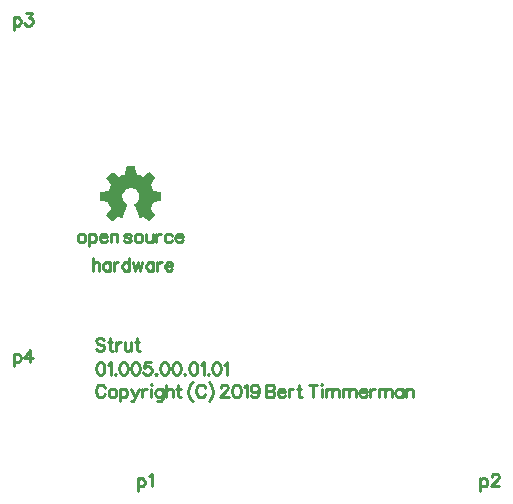
<source format=gto>
G04 start of page 8 for group -4079 idx -4079 *
G04 Title: 01.005.00.01.01, topsilk *
G04 Creator: pcb 4.2.1 *
G04 CreationDate: Wed Jul 22 19:21:36 2020 UTC *
G04 For: bert *
G04 Format: Gerber/RS-274X *
G04 PCB-Dimensions (mil): 2047.24 2047.24 *
G04 PCB-Coordinate-Origin: lower left *
%MOIN*%
%FSLAX25Y25*%
%LNGTO*%
%ADD22C,0.0098*%
%ADD21C,0.0001*%
G54D21*G36*
X45729Y116635D02*X48306D01*
X48389Y116602D01*
X48436Y116526D01*
X48485Y116287D01*
X48529Y116065D01*
X48920Y113933D01*
X48967Y113846D01*
X49050Y113787D01*
X49153Y113743D01*
X49943Y113472D01*
X50693Y113115D01*
X50699D01*
X50786Y113076D01*
X50883Y113063D01*
X50981Y113093D01*
X52754Y114313D01*
X52945Y114437D01*
X53146Y114574D01*
X53232Y114598D01*
X53314Y114563D01*
X53645Y114232D01*
X54149Y113732D01*
X54307Y113569D01*
X54806Y113072D01*
X54968Y112915D01*
X55136Y112741D01*
X55175Y112656D01*
X55153Y112567D01*
X55017Y112365D01*
X54888Y112176D01*
X53699Y110439D01*
X53667Y110348D01*
X53682Y110250D01*
X53727Y110152D01*
X54410Y108545D01*
X54447Y108454D01*
X54510Y108376D01*
X54600Y108330D01*
X56639Y107948D01*
X56863Y107906D01*
X57106Y107863D01*
X57181Y107815D01*
X57210Y107732D01*
Y105156D01*
X57181Y105067D01*
X57106Y105019D01*
X56863Y104976D01*
X56639Y104933D01*
X54660Y104564D01*
X54572Y104517D01*
X54518Y104433D01*
X54490Y104374D01*
Y104363D01*
X53775Y102589D01*
X53770Y102578D01*
X53753Y102534D01*
X53736Y102433D01*
X53764Y102339D01*
X54893Y100707D01*
X55017Y100517D01*
X55158Y100315D01*
X55177Y100230D01*
X55136Y100148D01*
X54968Y99969D01*
X54806Y99811D01*
X53488Y98493D01*
X53314Y98326D01*
X53232Y98284D01*
X53146Y98302D01*
X52945Y98444D01*
X52754Y98569D01*
X51160Y99665D01*
X51061Y99694D01*
X50964Y99676D01*
X50633Y99491D01*
X50439Y99382D01*
X50092Y99204D01*
X50007Y99198D01*
X49945Y99259D01*
X49799Y99615D01*
X49711Y99822D01*
X48328Y103180D01*
X48240Y103387D01*
X48143Y103619D01*
X48139Y103714D01*
X48192Y103787D01*
X48415Y103919D01*
X48556Y104026D01*
X49092Y104472D01*
X49507Y105037D01*
X49774Y105695D01*
X49868Y106426D01*
X49810Y107000D01*
X49645Y107535D01*
X49382Y108019D01*
X49033Y108441D01*
X48613Y108791D01*
X48129Y109054D01*
X47595Y109219D01*
X47021Y109278D01*
X46446Y109219D01*
X45911Y109054D01*
X45428Y108791D01*
X45006Y108441D01*
X44658Y108019D01*
X44396Y107535D01*
X44231Y107000D01*
X44172Y106426D01*
X44265Y105695D01*
X44532Y105037D01*
X44946Y104472D01*
X45485Y104026D01*
X45621Y103919D01*
X45843Y103787D01*
X45897Y103714D01*
X45892Y103619D01*
X45795Y103387D01*
X45707Y103180D01*
X44324Y99822D01*
X44238Y99615D01*
X44090Y99259D01*
X44029Y99198D01*
X43945Y99204D01*
X43603Y99382D01*
X43402Y99491D01*
X43071Y99676D01*
X42972Y99694D01*
X42875Y99665D01*
X41281Y98569D01*
X41096Y98444D01*
X40890Y98302D01*
X40803Y98284D01*
X40721Y98326D01*
X40547Y98493D01*
X40390Y98656D01*
X39892Y99154D01*
X39729Y99313D01*
X39229Y99811D01*
X39067Y99969D01*
X38899Y100148D01*
X38860Y100230D01*
X38882Y100315D01*
X39018Y100517D01*
X39149Y100707D01*
X40271Y102339D01*
X40299Y102433D01*
X40282Y102534D01*
X40260Y102594D01*
X39550Y104369D01*
X39517Y104433D01*
X39463Y104517D01*
X39377Y104564D01*
X37396Y104933D01*
X37174Y104976D01*
X36935Y105019D01*
X36856Y105069D01*
X36827Y105156D01*
Y107732D01*
X36856Y107815D01*
X36935Y107863D01*
X37174Y107911D01*
X37396Y107948D01*
X39436Y108330D01*
X39525Y108376D01*
X39588Y108459D01*
X39625Y108545D01*
X40314Y110152D01*
X40353Y110250D01*
X40370Y110348D01*
X40342Y110439D01*
X39149Y112180D01*
X39018Y112365D01*
X38882Y112567D01*
X38860Y112656D01*
X38899Y112741D01*
X39067Y112915D01*
X39229Y113072D01*
X40721Y114563D01*
X40803Y114598D01*
X40890Y114580D01*
X41096Y114443D01*
X41281Y114313D01*
X43054Y113093D01*
X43152Y113065D01*
X43250Y113082D01*
X43336Y113115D01*
X43347Y113119D01*
X44093Y113474D01*
X44883Y113748D01*
X44986Y113787D01*
X45070Y113846D01*
X45115Y113933D01*
X45513Y116065D01*
X45550Y116287D01*
X45599Y116526D01*
X45646Y116602D01*
X45729Y116635D01*
G37*
G54D22*X30252Y94020D02*X29852Y93820D01*
X29452Y93420D01*
X29252Y92820D01*
Y92420D01*
X29452Y91820D01*
X29852Y91420D01*
X30252Y91220D01*
X30852D01*
X31252Y91420D01*
X31652Y91820D01*
X31852Y92420D01*
Y92820D02*Y92420D01*
Y92820D02*X31652Y93420D01*
X31252Y93820D01*
X30852Y94020D01*
X30252D02*X30852D01*
X33052D02*Y89820D01*
Y93420D02*X33452Y93820D01*
X33852Y94020D01*
X34452D01*
X34852Y93820D01*
X35252Y93420D01*
X35452Y92820D01*
Y92420D01*
X35252Y91820D01*
X34852Y91420D01*
X34452Y91220D01*
X33852D02*X34452D01*
X33852D02*X33452Y91420D01*
X33052Y91820D01*
X36652Y92820D02*X39052D01*
Y93220D02*Y92820D01*
Y93220D02*X38852Y93620D01*
X38652Y93820D01*
X38252Y94020D01*
X37652D02*X38252D01*
X37652D02*X37252Y93820D01*
X36852Y93420D01*
X36652Y92820D01*
Y92420D01*
X36852Y91820D01*
X37252Y91420D01*
X37652Y91220D01*
X38252D01*
X38652Y91420D01*
X39052Y91820D01*
X40252Y94020D02*Y91220D01*
Y93220D02*X40852Y93820D01*
X41252Y94020D01*
X41852D01*
X42252Y93820D01*
X42452Y93220D01*
Y91220D01*
X47052Y93420D02*X46852Y93820D01*
X46252Y94020D01*
X45652D02*X46252D01*
X45652D02*X45052Y93820D01*
X44852Y93420D01*
X45052Y93020D01*
X45452Y92820D01*
X46452Y92620D01*
X46852Y92420D01*
X47052Y92020D01*
Y91820D01*
X46852Y91420D01*
X46252Y91220D01*
X45652D02*X46252D01*
X45652D02*X45052Y91420D01*
X44852Y91820D01*
X49252Y94020D02*X48852Y93820D01*
X48452Y93420D01*
X48252Y92820D01*
Y92420D01*
X48452Y91820D01*
X48852Y91420D01*
X49252Y91220D01*
X49852D01*
X50252Y91420D01*
X50652Y91820D01*
X50852Y92420D01*
Y92820D02*Y92420D01*
Y92820D02*X50652Y93420D01*
X50252Y93820D01*
X49852Y94020D01*
X49252D02*X49852D01*
X52052D02*Y92020D01*
X52252Y91420D01*
X52652Y91220D01*
X53252D01*
X53652Y91420D01*
X54252Y92020D01*
Y94020D02*Y91220D01*
X55452Y94020D02*Y91220D01*
Y92820D02*X55652Y93420D01*
X56052Y93820D01*
X56452Y94020D01*
X57052D01*
X60652Y93420D02*X60252Y93820D01*
X59852Y94020D01*
X59252D02*X59852D01*
X59252D02*X58852Y93820D01*
X58452Y93420D01*
X58252Y92820D01*
Y92420D01*
X58452Y91820D01*
X58852Y91420D01*
X59252Y91220D01*
X59852D01*
X60252Y91420D01*
X60652Y91820D01*
X61852Y92820D02*X64252D01*
Y93220D02*Y92820D01*
Y93220D02*X64052Y93620D01*
X63852Y93820D01*
X63452Y94020D01*
X62852D02*X63452D01*
X62852D02*X62452Y93820D01*
X62052Y93420D01*
X61852Y92820D01*
Y92420D01*
X62052Y91820D01*
X62452Y91420D01*
X62852Y91220D01*
X63452D01*
X63852Y91420D01*
X64252Y91820D01*
X34252Y85920D02*Y81720D01*
Y83720D02*X34852Y84320D01*
X35252Y84520D01*
X35852D01*
X36252Y84320D01*
X36452Y83720D01*
Y81720D01*
X40052Y84520D02*Y81720D01*
Y83920D02*X39652Y84320D01*
X39252Y84520D01*
X38652D02*X39252D01*
X38652D02*X38252Y84320D01*
X37852Y83920D01*
X37652Y83320D01*
Y82920D01*
X37852Y82320D01*
X38252Y81920D01*
X38652Y81720D01*
X39252D01*
X39652Y81920D01*
X40052Y82320D01*
X41252Y84520D02*Y81720D01*
Y83320D02*X41452Y83920D01*
X41852Y84320D01*
X42252Y84520D01*
X42852D01*
X46452Y85920D02*Y81720D01*
Y83920D02*X46052Y84320D01*
X45652Y84520D01*
X45052D02*X45652D01*
X45052D02*X44652Y84320D01*
X44252Y83920D01*
X44052Y83320D01*
Y82920D01*
X44252Y82320D01*
X44652Y81920D01*
X45052Y81720D01*
X45652D01*
X46052Y81920D01*
X46452Y82320D01*
X47652Y84520D02*X48452Y81720D01*
X49252Y84520D02*X48452Y81720D01*
X49252Y84520D02*X50052Y81720D01*
X50852Y84520D02*X50052Y81720D01*
X54452Y84520D02*Y81720D01*
Y83920D02*X54052Y84320D01*
X53652Y84520D01*
X53052D02*X53652D01*
X53052D02*X52652Y84320D01*
X52252Y83920D01*
X52052Y83320D01*
Y82920D01*
X52252Y82320D01*
X52652Y81920D01*
X53052Y81720D01*
X53652D01*
X54052Y81920D01*
X54452Y82320D01*
X55652Y84520D02*Y81720D01*
Y83320D02*X55852Y83920D01*
X56252Y84320D01*
X56652Y84520D01*
X57252D01*
X58452Y83320D02*X60852D01*
Y83720D02*Y83320D01*
Y83720D02*X60652Y84120D01*
X60452Y84320D01*
X60052Y84520D01*
X59452D02*X60052D01*
X59452D02*X59052Y84320D01*
X58652Y83920D01*
X58452Y83320D01*
Y82920D01*
X58652Y82320D01*
X59052Y81920D01*
X59452Y81720D01*
X60052D01*
X60452Y81920D01*
X60852Y82320D01*
X38182Y58639D02*X37782Y59039D01*
X37182Y59239D01*
X36382D02*X37182D01*
X36382D02*X35782Y59039D01*
X35382Y58639D01*
Y58239D01*
X35582Y57839D01*
X35782Y57639D01*
X36182Y57439D01*
X37382Y57039D01*
X37782Y56839D01*
X37982Y56639D01*
X38182Y56239D01*
Y55639D01*
X37782Y55239D01*
X37182Y55039D01*
X36382D02*X37182D01*
X36382D02*X35782Y55239D01*
X35382Y55639D01*
X39982Y59239D02*Y55839D01*
X40182Y55239D01*
X40582Y55039D01*
X40982D01*
X39382Y57839D02*X40782D01*
X42182D02*Y55039D01*
Y56639D02*X42382Y57239D01*
X42782Y57639D01*
X43182Y57839D01*
X43782D01*
X44982D02*Y55839D01*
X45182Y55239D01*
X45582Y55039D01*
X46182D01*
X46582Y55239D01*
X47182Y55839D01*
Y57839D02*Y55039D01*
X48982Y59239D02*Y55839D01*
X49182Y55239D01*
X49582Y55039D01*
X49982D01*
X48382Y57839D02*X49782D01*
X38382Y42739D02*X38182Y43139D01*
X37782Y43539D01*
X37382Y43739D01*
X36582D02*X37382D01*
X36582D02*X36182Y43539D01*
X35782Y43139D01*
X35582Y42739D01*
X35382Y42139D01*
Y41139D01*
X35582Y40539D01*
X35782Y40139D01*
X36182Y39739D01*
X36582Y39539D01*
X37382D01*
X37782Y39739D01*
X38182Y40139D01*
X38382Y40539D01*
X40582Y42339D02*X40182Y42139D01*
X39782Y41739D01*
X39582Y41139D01*
Y40739D01*
X39782Y40139D01*
X40182Y39739D01*
X40582Y39539D01*
X41182D01*
X41582Y39739D01*
X41982Y40139D01*
X42182Y40739D01*
Y41139D02*Y40739D01*
Y41139D02*X41982Y41739D01*
X41582Y42139D01*
X41182Y42339D01*
X40582D02*X41182D01*
X43382D02*Y38139D01*
Y41739D02*X43782Y42139D01*
X44182Y42339D01*
X44782D01*
X45182Y42139D01*
X45582Y41739D01*
X45782Y41139D01*
Y40739D01*
X45582Y40139D01*
X45182Y39739D01*
X44782Y39539D01*
X44182D02*X44782D01*
X44182D02*X43782Y39739D01*
X43382Y40139D01*
X47182Y42339D02*X48382Y39539D01*
X49582Y42339D02*X48382Y39539D01*
X47982Y38739D01*
X47582Y38339D01*
X47182Y38139D01*
X46982D02*X47182D01*
X50782Y42339D02*Y39539D01*
Y41139D02*X50982Y41739D01*
X51382Y42139D01*
X51782Y42339D01*
X52382D01*
X53582Y43739D02*X53782Y43539D01*
X53982Y43739D01*
X53782Y43939D01*
X53582Y43739D01*
X53782Y42339D02*Y39539D01*
X57582Y42339D02*Y39139D01*
X57382Y38539D01*
X57182Y38339D01*
X56782Y38139D01*
X56182D02*X56782D01*
X56182D02*X55782Y38339D01*
X57582Y41739D02*X57182Y42139D01*
X56782Y42339D01*
X56182D02*X56782D01*
X56182D02*X55782Y42139D01*
X55382Y41739D01*
X55182Y41139D01*
Y40739D01*
X55382Y40139D01*
X55782Y39739D01*
X56182Y39539D01*
X56782D01*
X57182Y39739D01*
X57582Y40139D01*
X58782Y43739D02*Y39539D01*
Y41539D02*X59382Y42139D01*
X59782Y42339D01*
X60382D01*
X60782Y42139D01*
X60982Y41539D01*
Y39539D01*
X62782Y43739D02*Y40339D01*
X62982Y39739D01*
X63382Y39539D01*
X63782D01*
X62182Y42339D02*X63582D01*
X67582Y44539D02*X67182Y44139D01*
X66782Y43539D01*
X66382Y42739D01*
X66182Y41739D01*
Y40939D01*
X66382Y39939D01*
X66782Y39139D01*
X67182Y38539D01*
X67582Y38139D01*
X71782Y42739D02*X71582Y43139D01*
X71182Y43539D01*
X70782Y43739D01*
X69982D02*X70782D01*
X69982D02*X69582Y43539D01*
X69182Y43139D01*
X68982Y42739D01*
X68782Y42139D01*
Y41139D01*
X68982Y40539D01*
X69182Y40139D01*
X69582Y39739D01*
X69982Y39539D01*
X70782D01*
X71182Y39739D01*
X71582Y40139D01*
X71782Y40539D01*
X72982Y44539D02*X73382Y44139D01*
X73782Y43539D01*
X74182Y42739D01*
X74382Y41739D01*
Y40939D01*
X74182Y39939D01*
X73782Y39139D01*
X73382Y38539D01*
X72982Y38139D01*
X76982Y42939D02*Y42739D01*
Y42939D02*X77182Y43339D01*
X77382Y43539D01*
X77782Y43739D01*
X78582D01*
X78982Y43539D01*
X79182Y43339D01*
X79382Y42939D01*
Y42539D01*
X79182Y42139D01*
X78782Y41539D01*
X76782Y39539D01*
X79582D01*
X81982Y43739D02*X81382Y43539D01*
X80982Y42939D01*
X80782Y41939D01*
Y41339D01*
X80982Y40339D01*
X81382Y39739D01*
X81982Y39539D01*
X82382D01*
X82982Y39739D01*
X83382Y40339D01*
X83582Y41339D01*
Y41939D02*Y41339D01*
Y41939D02*X83382Y42939D01*
X82982Y43539D01*
X82382Y43739D01*
X81982D02*X82382D01*
X84782Y42939D02*X85182Y43139D01*
X85782Y43739D01*
Y39539D01*
X89582Y42339D02*X89382Y41739D01*
X88982Y41339D01*
X88382Y41139D01*
X88182D02*X88382D01*
X88182D02*X87582Y41339D01*
X87182Y41739D01*
X86982Y42339D01*
Y42539D02*Y42339D01*
Y42539D02*X87182Y43139D01*
X87582Y43539D01*
X88182Y43739D01*
X88382D01*
X88982Y43539D01*
X89382Y43139D01*
X89582Y42339D01*
Y41339D01*
X89382Y40339D01*
X88982Y39739D01*
X88382Y39539D01*
X87982D02*X88382D01*
X87982D02*X87382Y39739D01*
X87182Y40139D01*
X91982Y43739D02*Y39539D01*
Y43739D02*X93782D01*
X94382Y43539D01*
X94582Y43339D01*
X94782Y42939D01*
Y42539D01*
X94582Y42139D01*
X94382Y41939D01*
X93782Y41739D01*
X91982D02*X93782D01*
X94382Y41539D01*
X94582Y41339D01*
X94782Y40939D01*
Y40339D01*
X94582Y39939D01*
X94382Y39739D01*
X93782Y39539D01*
X91982D02*X93782D01*
X95982Y41139D02*X98382D01*
Y41539D02*Y41139D01*
Y41539D02*X98182Y41939D01*
X97982Y42139D01*
X97582Y42339D01*
X96982D02*X97582D01*
X96982D02*X96582Y42139D01*
X96182Y41739D01*
X95982Y41139D01*
Y40739D01*
X96182Y40139D01*
X96582Y39739D01*
X96982Y39539D01*
X97582D01*
X97982Y39739D01*
X98382Y40139D01*
X99582Y42339D02*Y39539D01*
Y41139D02*X99782Y41739D01*
X100182Y42139D01*
X100582Y42339D01*
X101182D01*
X102982Y43739D02*Y40339D01*
X103182Y39739D01*
X103582Y39539D01*
X103982D01*
X102382Y42339D02*X103782D01*
X107782Y43739D02*Y39539D01*
X106382Y43739D02*X109182D01*
X110382D02*X110582Y43539D01*
X110782Y43739D01*
X110582Y43939D01*
X110382Y43739D01*
X110582Y42339D02*Y39539D01*
X111982Y42339D02*Y39539D01*
Y41539D02*X112582Y42139D01*
X112982Y42339D01*
X113582D01*
X113982Y42139D01*
X114182Y41539D01*
Y39539D01*
Y41539D02*X114782Y42139D01*
X115182Y42339D01*
X115782D01*
X116182Y42139D01*
X116382Y41539D01*
Y39539D01*
X117582Y42339D02*Y39539D01*
Y41539D02*X118182Y42139D01*
X118582Y42339D01*
X119182D01*
X119582Y42139D01*
X119782Y41539D01*
Y39539D01*
Y41539D02*X120382Y42139D01*
X120782Y42339D01*
X121382D01*
X121782Y42139D01*
X121982Y41539D01*
Y39539D01*
X123182Y41139D02*X125582D01*
Y41539D02*Y41139D01*
Y41539D02*X125382Y41939D01*
X125182Y42139D01*
X124782Y42339D01*
X124182D02*X124782D01*
X124182D02*X123782Y42139D01*
X123382Y41739D01*
X123182Y41139D01*
Y40739D01*
X123382Y40139D01*
X123782Y39739D01*
X124182Y39539D01*
X124782D01*
X125182Y39739D01*
X125582Y40139D01*
X126782Y42339D02*Y39539D01*
Y41139D02*X126982Y41739D01*
X127382Y42139D01*
X127782Y42339D01*
X128382D01*
X129582D02*Y39539D01*
Y41539D02*X130182Y42139D01*
X130582Y42339D01*
X131182D01*
X131582Y42139D01*
X131782Y41539D01*
Y39539D01*
Y41539D02*X132382Y42139D01*
X132782Y42339D01*
X133382D01*
X133782Y42139D01*
X133982Y41539D01*
Y39539D01*
X137582Y42339D02*Y39539D01*
Y41739D02*X137182Y42139D01*
X136782Y42339D01*
X136182D02*X136782D01*
X136182D02*X135782Y42139D01*
X135382Y41739D01*
X135182Y41139D01*
Y40739D01*
X135382Y40139D01*
X135782Y39739D01*
X136182Y39539D01*
X136782D01*
X137182Y39739D01*
X137582Y40139D01*
X138782Y42339D02*Y39539D01*
Y41539D02*X139382Y42139D01*
X139782Y42339D01*
X140382D01*
X140782Y42139D01*
X140982Y41539D01*
Y39539D01*
X36582Y51239D02*X35982Y51039D01*
X35582Y50439D01*
X35382Y49439D01*
Y48839D01*
X35582Y47839D01*
X35982Y47239D01*
X36582Y47039D01*
X36982D01*
X37582Y47239D01*
X37982Y47839D01*
X38182Y48839D01*
Y49439D02*Y48839D01*
Y49439D02*X37982Y50439D01*
X37582Y51039D01*
X36982Y51239D01*
X36582D02*X36982D01*
X39382Y50439D02*X39782Y50639D01*
X40382Y51239D01*
Y47039D01*
X41782Y47439D02*X41582Y47239D01*
X41782Y47039D01*
X41982Y47239D01*
X41782Y47439D01*
X44382Y51239D02*X43782Y51039D01*
X43382Y50439D01*
X43182Y49439D01*
Y48839D01*
X43382Y47839D01*
X43782Y47239D01*
X44382Y47039D01*
X44782D01*
X45382Y47239D01*
X45782Y47839D01*
X45982Y48839D01*
Y49439D02*Y48839D01*
Y49439D02*X45782Y50439D01*
X45382Y51039D01*
X44782Y51239D01*
X44382D02*X44782D01*
X48382D02*X47782Y51039D01*
X47382Y50439D01*
X47182Y49439D01*
Y48839D01*
X47382Y47839D01*
X47782Y47239D01*
X48382Y47039D01*
X48782D01*
X49382Y47239D01*
X49782Y47839D01*
X49982Y48839D01*
Y49439D02*Y48839D01*
Y49439D02*X49782Y50439D01*
X49382Y51039D01*
X48782Y51239D01*
X48382D02*X48782D01*
X51582D02*X53582D01*
X51582D02*X51382Y49439D01*
X51582Y49639D01*
X52182Y49839D01*
X52782D01*
X53382Y49639D01*
X53782Y49239D01*
X53982Y48639D01*
Y48239D01*
X53782Y47639D01*
X53382Y47239D01*
X52782Y47039D01*
X52182D02*X52782D01*
X52182D02*X51582Y47239D01*
X51382Y47439D01*
X51182Y47839D01*
X55382Y47439D02*X55182Y47239D01*
X55382Y47039D01*
X55582Y47239D01*
X55382Y47439D01*
X57982Y51239D02*X57382Y51039D01*
X56982Y50439D01*
X56782Y49439D01*
Y48839D01*
X56982Y47839D01*
X57382Y47239D01*
X57982Y47039D01*
X58382D01*
X58982Y47239D01*
X59382Y47839D01*
X59582Y48839D01*
Y49439D02*Y48839D01*
Y49439D02*X59382Y50439D01*
X58982Y51039D01*
X58382Y51239D01*
X57982D02*X58382D01*
X61982D02*X61382Y51039D01*
X60982Y50439D01*
X60782Y49439D01*
Y48839D01*
X60982Y47839D01*
X61382Y47239D01*
X61982Y47039D01*
X62382D01*
X62982Y47239D01*
X63382Y47839D01*
X63582Y48839D01*
Y49439D02*Y48839D01*
Y49439D02*X63382Y50439D01*
X62982Y51039D01*
X62382Y51239D01*
X61982D02*X62382D01*
X64982Y47439D02*X64782Y47239D01*
X64982Y47039D01*
X65182Y47239D01*
X64982Y47439D01*
X67582Y51239D02*X66982Y51039D01*
X66582Y50439D01*
X66382Y49439D01*
Y48839D01*
X66582Y47839D01*
X66982Y47239D01*
X67582Y47039D01*
X67982D01*
X68582Y47239D01*
X68982Y47839D01*
X69182Y48839D01*
Y49439D02*Y48839D01*
Y49439D02*X68982Y50439D01*
X68582Y51039D01*
X67982Y51239D01*
X67582D02*X67982D01*
X70382Y50439D02*X70782Y50639D01*
X71382Y51239D01*
Y47039D01*
X72782Y47439D02*X72582Y47239D01*
X72782Y47039D01*
X72982Y47239D01*
X72782Y47439D01*
X75382Y51239D02*X74782Y51039D01*
X74382Y50439D01*
X74182Y49439D01*
Y48839D01*
X74382Y47839D01*
X74782Y47239D01*
X75382Y47039D01*
X75782D01*
X76382Y47239D01*
X76782Y47839D01*
X76982Y48839D01*
Y49439D02*Y48839D01*
Y49439D02*X76782Y50439D01*
X76382Y51039D01*
X75782Y51239D01*
X75382D02*X75782D01*
X78182Y50439D02*X78582Y50639D01*
X79182Y51239D01*
Y47039D01*
X7969Y166186D02*Y161986D01*
Y165586D02*X8369Y165986D01*
X8769Y166186D01*
X9369D01*
X9769Y165986D01*
X10169Y165586D01*
X10369Y164986D01*
Y164586D01*
X10169Y163986D01*
X9769Y163586D01*
X9369Y163386D01*
X8769D02*X9369D01*
X8769D02*X8369Y163586D01*
X7969Y163986D01*
X11969Y167586D02*X14169D01*
X12969Y165986D01*
X13569D01*
X13969Y165786D01*
X14169Y165586D01*
X14369Y164986D01*
Y164586D01*
X14169Y163986D01*
X13769Y163586D01*
X13169Y163386D01*
X12569D02*X13169D01*
X12569D02*X11969Y163586D01*
X11769Y163786D01*
X11569Y164186D01*
X7969Y53981D02*Y49781D01*
Y53381D02*X8369Y53781D01*
X8769Y53981D01*
X9369D01*
X9769Y53781D01*
X10169Y53381D01*
X10369Y52781D01*
Y52381D01*
X10169Y51781D01*
X9769Y51381D01*
X9369Y51181D01*
X8769D02*X9369D01*
X8769D02*X8369Y51381D01*
X7969Y51781D01*
X13569Y55381D02*X11569Y52581D01*
X14569D01*
X13569Y55381D02*Y51181D01*
X49307Y12643D02*Y8443D01*
Y12043D02*X49707Y12443D01*
X50107Y12643D01*
X50707D01*
X51107Y12443D01*
X51507Y12043D01*
X51707Y11443D01*
Y11043D01*
X51507Y10443D01*
X51107Y10043D01*
X50707Y9843D01*
X50107D02*X50707D01*
X50107D02*X49707Y10043D01*
X49307Y10443D01*
X52907Y13243D02*X53307Y13443D01*
X53907Y14043D01*
Y9843D01*
X163480Y12643D02*Y8443D01*
Y12043D02*X163880Y12443D01*
X164280Y12643D01*
X164880D01*
X165280Y12443D01*
X165680Y12043D01*
X165880Y11443D01*
Y11043D01*
X165680Y10443D01*
X165280Y10043D01*
X164880Y9843D01*
X164280D02*X164880D01*
X164280D02*X163880Y10043D01*
X163480Y10443D01*
X167280Y13243D02*Y13043D01*
Y13243D02*X167480Y13643D01*
X167680Y13843D01*
X168080Y14043D01*
X168880D01*
X169280Y13843D01*
X169480Y13643D01*
X169680Y13243D01*
Y12843D01*
X169480Y12443D01*
X169080Y11843D01*
X167080Y9843D01*
X169880D01*
M02*

</source>
